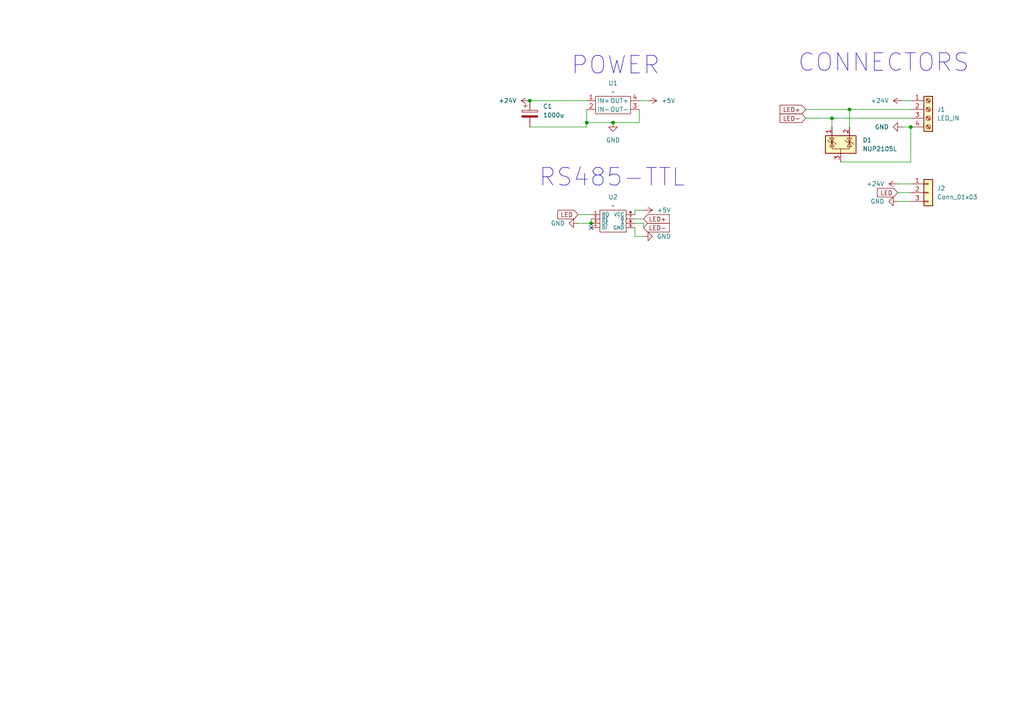
<source format=kicad_sch>
(kicad_sch (version 20231120) (generator "eeschema") (generator_version "8.0")
  (paper "A4")
  (lib_symbols
    (symbol "BuckConverters:LM2596_Adj"
      (property "Reference" "U" (at -3.048 3.556 0))
      (symbol "LM2596_Adj_0_1"
        (rectangle (start -5.08 2.54) (end 5.08 -2.54))
      )
      (symbol "LM2596_Adj_1_1"
        (pin input line (at -7.62 1.27 0) (length 2.54) (name "IN+") (number "1"))
        (pin input line (at -7.62 -1.27 0) (length 2.54) (name "IN-") (number "2"))
        (pin output line (at 7.62 -1.27 180) (length 2.54) (name "OUT-") (number "3"))
        (pin output line (at 7.62 1.27 180) (length 2.54) (name "OUT+") (number "4"))
      )
    )
    (symbol "Connector:Screw_Terminal_01x04" (pin_names (offset 1.016) hide)
      (property "Reference" "J" (at 0 5.08 0))
      (property "Value" "Screw_Terminal_01x04" (at 0 -7.62 0))
      (symbol "Screw_Terminal_01x04_1_1"
        (rectangle (start -1.27 3.81) (end 1.27 -6.35) (stroke (width 0.254)) (fill (type background)))
        (circle (center 0 -5.08) (radius 0.635) (stroke (width 0.1524)))
        (circle (center 0 -2.54) (radius 0.635) (stroke (width 0.1524)))
        (polyline (pts (xy -0.5334 -4.7498) (xy 0.3302 -5.588)) (stroke (width 0.1524)))
        (polyline (pts (xy -0.5334 -2.2098) (xy 0.3302 -3.048)) (stroke (width 0.1524)))
        (polyline (pts (xy -0.5334 0.3302) (xy 0.3302 -0.508)) (stroke (width 0.1524)))
        (polyline (pts (xy -0.5334 2.8702) (xy 0.3302 2.032)) (stroke (width 0.1524)))
        (polyline (pts (xy -0.3556 -4.572) (xy 0.508 -5.4102)) (stroke (width 0.1524)))
        (polyline (pts (xy -0.3556 -2.032) (xy 0.508 -2.8702)) (stroke (width 0.1524)))
        (polyline (pts (xy -0.3556 0.508) (xy 0.508 -0.3302)) (stroke (width 0.1524)))
        (polyline (pts (xy -0.3556 3.048) (xy 0.508 2.2098)) (stroke (width 0.1524)))
        (circle (center 0 0) (radius 0.635) (stroke (width 0.1524)))
        (circle (center 0 2.54) (radius 0.635) (stroke (width 0.1524)))
        (pin passive line (at -5.08 2.54 0) (length 3.81) (name "Pin_1") (number "1"))
        (pin passive line (at -5.08 0 0) (length 3.81) (name "Pin_2") (number "2"))
        (pin passive line (at -5.08 -2.54 0) (length 3.81) (name "Pin_3") (number "3"))
        (pin passive line (at -5.08 -5.08 0) (length 3.81) (name "Pin_4") (number "4"))
      )
    )
    (symbol "Connector_Generic:Conn_01x03" (pin_names (offset 1.016) hide)
      (property "Reference" "J" (at 0 5.08 0))
      (property "Value" "Conn_01x03" (at 0 -5.08 0))
      (symbol "Conn_01x03_1_1"
        (rectangle (start -1.27 -2.413) (end 0 -2.667) (stroke (width 0.1524)))
        (rectangle (start -1.27 0.127) (end 0 -0.127) (stroke (width 0.1524)))
        (rectangle (start -1.27 2.667) (end 0 2.413) (stroke (width 0.1524)))
        (rectangle (start -1.27 3.81) (end 1.27 -3.81) (stroke (width 0.254)) (fill (type background)))
        (pin passive line (at -5.08 2.54 0) (length 3.81) (name "Pin_1") (number "1"))
        (pin passive line (at -5.08 0 0) (length 3.81) (name "Pin_2") (number "2"))
        (pin passive line (at -5.08 -2.54 0) (length 3.81) (name "Pin_3") (number "3"))
      )
    )
    (symbol "Device:C_Polarized" (pin_numbers hide) (pin_names (offset 0.254))
      (property "Reference" "C" (at 0.635 2.54 0))
      (property "Value" "C_Polarized" (at 0.635 -2.54 0))
      (symbol "C_Polarized_0_1"
        (rectangle (start -2.286 0.508) (end 2.286 1.016))
        (polyline (pts (xy -1.778 2.286) (xy -0.762 2.286)))
        (polyline (pts (xy -1.27 2.794) (xy -1.27 1.778)))
        (rectangle (start 2.286 -0.508) (end -2.286 -1.016) (fill (type outline)))
      )
      (symbol "C_Polarized_1_1"
        (pin passive line (at 0 3.81 270) (length 2.794) (name "~") (number "1"))
        (pin passive line (at 0 -3.81 90) (length 2.794) (name "~") (number "2"))
      )
    )
    (symbol "Max485:Max485"
      (property "Reference" "U" (at -3.302 3.81 0))
      (symbol "Max485_0_1"
        (rectangle (start -3.81 2.54) (end 3.81 -3.81))
      )
      (symbol "Max485_1_1"
        (pin bidirectional line (at -6.35 1.27 0) (length 2.54) (name "RO") (number "1"))
        (pin bidirectional line (at -6.35 0 0) (length 2.54) (name "RE") (number "2"))
        (pin bidirectional line (at -6.35 -1.27 0) (length 2.54) (name "DE") (number "3"))
        (pin bidirectional line (at -6.35 -2.54 0) (length 2.54) (name "DI") (number "4"))
        (pin bidirectional line (at 6.35 -2.54 180) (length 2.54) (name "GND") (number "5"))
        (pin bidirectional line (at 6.35 -1.27 180) (length 2.54) (name "A") (number "6"))
        (pin bidirectional line (at 6.35 0 180) (length 2.54) (name "B") (number "7"))
        (pin bidirectional line (at 6.35 1.27 180) (length 2.54) (name "VCC") (number "8"))
      )
    )
    (symbol "Power_Protection:NUP2105L" (pin_names hide)
      (property "Reference" "D" (at 5.715 2.54 0))
      (property "Value" "NUP2105L" (at 5.715 0.635 0))
      (symbol "NUP2105L_0_0"
        (pin passive line (at 0 -5.08 90) (length 2.54) (name "A") (number "3"))
      )
      (symbol "NUP2105L_0_1"
        (rectangle (start -4.445 2.54) (end 4.445 -2.54) (stroke (width 0.254)) (fill (type background)))
        (polyline (pts (xy -2.54 2.54) (xy -2.54 0.635)))
        (polyline (pts (xy 0 -1.27) (xy 0 -2.54)))
        (polyline (pts (xy 2.54 2.54) (xy 2.54 0.635)))
        (polyline (pts (xy -3.81 1.27) (xy -3.175 0.635) (xy -1.905 0.635) (xy -1.27 0)))
        (polyline (pts (xy -2.54 0.635) (xy -2.54 -1.27) (xy 2.54 -1.27) (xy 2.54 0.635)))
        (polyline (pts (xy -2.54 0.635) (xy -1.905 -0.635) (xy -3.175 -0.635) (xy -2.54 0.635)))
        (polyline (pts (xy 2.54 0.635) (xy 1.905 -0.635) (xy 3.175 -0.635) (xy 2.54 0.635)))
        (polyline (pts (xy 2.54 0.635) (xy 3.175 1.905) (xy 1.905 1.905) (xy 2.54 0.635)))
        (polyline (pts (xy -2.54 0.635) (xy -3.175 1.905) (xy -1.905 1.905) (xy -2.54 0.635) (xy -2.54 1.27)))
        (polyline (pts (xy 1.27 1.27) (xy 1.905 0.635) (xy 2.54 0.635) (xy 3.175 0.635) (xy 3.81 0)))
      )
      (symbol "NUP2105L_1_1"
        (pin passive line (at -2.54 5.08 270) (length 2.54) (name "K") (number "1"))
        (pin passive line (at 2.54 5.08 270) (length 2.54) (name "K") (number "2"))
      )
    )
    (symbol "power:+24V" (power) (pin_numbers hide) (pin_names (offset 0) hide)
      (property "Value" "+24V" (at 0 3.556 0))
      (symbol "+24V_0_1"
        (polyline (pts (xy -0.762 1.27) (xy 0 2.54)))
        (polyline (pts (xy 0 0) (xy 0 2.54)))
        (polyline (pts (xy 0 2.54) (xy 0.762 1.27)))
      )
      (symbol "+24V_1_1"
        (pin power_in line (at 0 0 90) (length 0) (name "~") (number "1"))
      )
    )
    (symbol "power:+5V" (power) (pin_numbers hide) (pin_names (offset 0) hide)
      (property "Value" "+5V" (at 0 3.556 0))
      (symbol "+5V_0_1"
        (polyline (pts (xy -0.762 1.27) (xy 0 2.54)))
        (polyline (pts (xy 0 0) (xy 0 2.54)))
        (polyline (pts (xy 0 2.54) (xy 0.762 1.27)))
      )
      (symbol "+5V_1_1"
        (pin power_in line (at 0 0 90) (length 0) (name "~") (number "1"))
      )
    )
    (symbol "power:GND" (power) (pin_numbers hide) (pin_names (offset 0) hide)
      (property "Value" "GND" (at 0 -3.81 0))
      (symbol "GND_0_1"
        (polyline (pts (xy 0 0) (xy 0 -1.27) (xy 1.27 -1.27) (xy 0 -2.54) (xy -1.27 -1.27) (xy 0 -1.27)))
      )
      (symbol "GND_1_1"
        (pin power_in line (at 0 0 270) (length 0) (name "~") (number "1"))
      )
    )
  )
  (junction (at 246.38 31.75))
  (junction (at 170.18 35.56))
  (junction (at 264.16 36.83))
  (junction (at 177.8 35.56))
  (junction (at 241.3 34.29))
  (junction (at 153.67 29.21))
  (junction (at 171.45 64.77))
  (no_connect (at 171.45 66.04))
  (wire (pts (xy 264.16 36.83) (xy 264.16 46.99)))
  (wire (pts (xy 246.38 31.75) (xy 264.16 31.75)))
  (wire (pts (xy 170.18 35.56) (xy 170.18 31.75)))
  (wire (pts (xy 184.15 68.58) (xy 186.69 68.58)))
  (wire (pts (xy 233.68 34.29) (xy 241.3 34.29)))
  (wire (pts (xy 184.15 60.96) (xy 186.69 60.96)))
  (wire (pts (xy 261.62 29.21) (xy 264.16 29.21)))
  (wire (pts (xy 186.69 64.77) (xy 186.69 66.04)))
  (wire (pts (xy 260.35 55.88) (xy 264.16 55.88)))
  (wire (pts (xy 241.3 34.29) (xy 264.16 34.29)))
  (wire (pts (xy 264.16 46.99) (xy 243.84 46.99)))
  (wire (pts (xy 167.64 64.77) (xy 171.45 64.77)))
  (wire (pts (xy 260.35 53.34) (xy 264.16 53.34)))
  (wire (pts (xy 184.15 64.77) (xy 186.69 64.77)))
  (wire (pts (xy 246.38 31.75) (xy 246.38 36.83)))
  (wire (pts (xy 241.3 34.29) (xy 241.3 36.83)))
  (wire (pts (xy 184.15 63.5) (xy 186.69 63.5)))
  (wire (pts (xy 153.67 36.83) (xy 170.18 36.83)))
  (wire (pts (xy 184.15 66.04) (xy 184.15 68.58)))
  (wire (pts (xy 167.64 62.23) (xy 171.45 62.23)))
  (wire (pts (xy 171.45 63.5) (xy 171.45 64.77)))
  (wire (pts (xy 261.62 36.83) (xy 264.16 36.83)))
  (wire (pts (xy 185.42 29.21) (xy 187.96 29.21)))
  (wire (pts (xy 153.67 29.21) (xy 170.18 29.21)))
  (wire (pts (xy 184.15 62.23) (xy 184.15 60.96)))
  (wire (pts (xy 177.8 35.56) (xy 170.18 35.56)))
  (wire (pts (xy 170.18 36.83) (xy 170.18 35.56)))
  (wire (pts (xy 185.42 31.75) (xy 185.42 35.56)))
  (wire (pts (xy 185.42 35.56) (xy 177.8 35.56)))
  (wire (pts (xy 260.35 58.42) (xy 264.16 58.42)))
  (wire (pts (xy 233.68 31.75) (xy 246.38 31.75)))
  (text "CONNECTORS\n" (at 256.286 18.288 0) (effects (font (size 5.08 5.08))))
  (text "POWER\n" (at 178.562 19.05 0) (effects (font (size 5.08 5.08))))
  (text "RS485-TTL" (at 177.546 51.562 0) (effects (font (size 5.08 5.08))))
  (global_label "LED" (shape input) (at 167.64 62.23 180) (property "Intersheetrefs" "${INTERSHEET_REFS}" (effects (hide yes))))
  (global_label "LED+" (shape input) (at 186.69 63.5 0) (property "Intersheetrefs" "${INTERSHEET_REFS}" (effects (hide yes))))
  (global_label "LED-" (shape input) (at 233.68 34.29 180) (property "Intersheetrefs" "${INTERSHEET_REFS}" (effects (hide yes))))
  (global_label "LED" (shape input) (at 260.35 55.88 180) (property "Intersheetrefs" "${INTERSHEET_REFS}" (effects (hide yes))))
  (global_label "LED+" (shape input) (at 233.68 31.75 180) (property "Intersheetrefs" "${INTERSHEET_REFS}" (effects (hide yes))))
  (global_label "LED-" (shape input) (at 186.69 66.04 0) (property "Intersheetrefs" "${INTERSHEET_REFS}" (effects (hide yes))))
  (symbol (lib_id "power:+24V") (at 260.35 53.34 90) (unit 1)
    (property "Reference" "#PWR03" (effects (hide yes)))
    (property "Value" "+24V" (at 256.54 53.3399 90) (effects (justify left)))
    (property "Description" "Power symbol creates a global label with name \"+24V\"" (effects (hide yes)))
  )
  (symbol (lib_id "BuckConverters:LM2596_Adj") (at 177.8 30.48 0) (unit 1)
    (property "Reference" "U1" (at 177.8 24.13 0))
    (property "Value" "~" (at 177.8 26.67 0))
  )
  (symbol (lib_id "power:+5V") (at 187.96 29.21 270) (unit 1)
    (property "Reference" "#PWR06" (effects (hide yes)))
    (property "Value" "+5V" (at 191.77 29.2099 90) (effects (justify left)))
    (property "Description" "Power symbol creates a global label with name \"+5V\"" (effects (hide yes)))
  )
  (symbol (lib_id "Power_Protection:NUP2105L") (at 243.84 41.91 0) (unit 1)
    (property "Reference" "D1" (at 250.19 40.6399 0) (effects (justify left)))
    (property "Value" "NUP2105L" (at 250.19 43.1799 0) (effects (justify left)))
    (property "Footprint" "Package_TO_SOT_SMD:SOT-23" (effects (hide yes)))
    (property "Datasheet" "https://www.onsemi.com/pub_link/Collateral/NUP2105L-D.PDF" (effects (hide yes)))
    (property "Description" "Dual Line CAN Bus Protector, 24Vrwm" (effects (hide yes)))
  )
  (symbol (lib_id "Connector:Screw_Terminal_01x04") (at 269.24 31.75 0) (unit 1)
    (property "Reference" "J1" (at 271.78 31.7499 0) (effects (justify left)))
    (property "Value" "LED_IN" (at 271.78 34.2899 0) (effects (justify left)))
    (property "Description" "Generic screw terminal, single row, 01x04, script generated (kicad-library-utils/schlib/autogen/connector/)" (effects (hide yes)))
  )
  (symbol (lib_id "power:GND") (at 261.62 36.83 270) (unit 1)
    (property "Reference" "#PWR02" (effects (hide yes)))
    (property "Value" "GND" (at 257.81 36.8299 90) (effects (justify right)))
    (property "Description" "Power symbol creates a global label with name \"GND\" , ground" (effects (hide yes)))
  )
  (symbol (lib_id "power:GND") (at 167.64 64.77 270) (unit 1)
    (property "Reference" "#PWR010" (effects (hide yes)))
    (property "Value" "GND" (at 163.83 64.7699 90) (effects (justify right)))
    (property "Description" "Power symbol creates a global label with name \"GND\" , ground" (effects (hide yes)))
  )
  (symbol (lib_id "power:+24V") (at 153.67 29.21 90) (unit 1)
    (property "Reference" "#PWR05" (effects (hide yes)))
    (property "Value" "+24V" (at 149.86 29.2099 90) (effects (justify left)))
    (property "Description" "Power symbol creates a global label with name \"+24V\"" (effects (hide yes)))
  )
  (symbol (lib_id "Max485:Max485") (at 177.8 63.5 0) (unit 1)
    (property "Reference" "U2" (at 177.8 57.15 0))
    (property "Value" "~" (at 177.8 59.69 0))
  )
  (symbol (lib_id "power:GND") (at 186.69 68.58 90) (unit 1)
    (property "Reference" "#PWR09" (effects (hide yes)))
    (property "Value" "GND" (at 190.5 68.5799 90) (effects (justify right)))
    (property "Description" "Power symbol creates a global label with name \"GND\" , ground" (effects (hide yes)))
  )
  (symbol (lib_id "power:+5V") (at 186.69 60.96 270) (unit 1)
    (property "Reference" "#PWR08" (effects (hide yes)))
    (property "Value" "+5V" (at 190.5 60.9599 90) (effects (justify left)))
    (property "Description" "Power symbol creates a global label with name \"+5V\"" (effects (hide yes)))
  )
  (symbol (lib_id "Device:C_Polarized") (at 153.67 33.02 0) (unit 1)
    (property "Reference" "C1" (at 157.48 30.8609 0) (effects (justify left)))
    (property "Value" "1000u" (at 157.48 33.4009 0) (effects (justify left)))
    (property "Description" "Polarized capacitor" (effects (hide yes)))
  )
  (symbol (lib_id "Connector_Generic:Conn_01x03") (at 269.24 55.88 0) (unit 1)
    (property "Reference" "J2" (at 271.78 54.6099 0) (effects (justify left)))
    (property "Value" "Conn_01x03" (at 271.78 57.1499 0) (effects (justify left)))
    (property "Footprint" "Connector_JST:JST_EH_S3B-EH_1x03_P2.50mm_Horizontal" (effects (hide yes)))
    (property "Description" "Generic connector, single row, 01x03, script generated (kicad-library-utils/schlib/autogen/connector/)" (effects (hide yes)))
  )
  (symbol (lib_id "power:GND") (at 177.8 35.56 0) (unit 1)
    (property "Reference" "#PWR07" (effects (hide yes)))
    (property "Value" "GND" (at 177.8 40.64 0))
    (property "Description" "Power symbol creates a global label with name \"GND\" , ground" (effects (hide yes)))
  )
  (symbol (lib_id "power:+24V") (at 261.62 29.21 90) (unit 1)
    (property "Reference" "#PWR01" (effects (hide yes)))
    (property "Value" "+24V" (at 257.81 29.2099 90) (effects (justify left)))
    (property "Description" "Power symbol creates a global label with name \"+24V\"" (effects (hide yes)))
  )
  (symbol (lib_id "power:GND") (at 260.35 58.42 270) (unit 1)
    (property "Reference" "#PWR04" (effects (hide yes)))
    (property "Value" "GND" (at 256.54 58.4199 90) (effects (justify right)))
    (property "Description" "Power symbol creates a global label with name \"GND\" , ground" (effects (hide yes)))
  )
)
</source>
